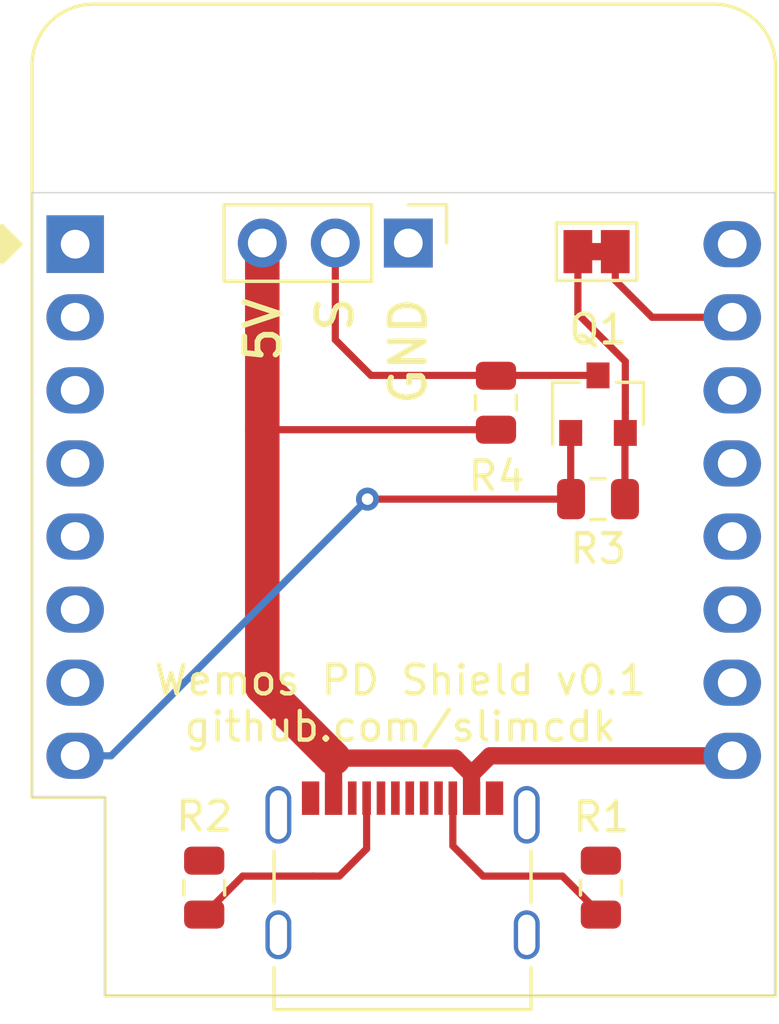
<source format=kicad_pcb>
(kicad_pcb (version 20171130) (host pcbnew 5.1.5+dfsg1-2build2)

  (general
    (thickness 1.6)
    (drawings 10)
    (tracks 42)
    (zones 0)
    (modules 9)
    (nets 27)
  )

  (page A4)
  (layers
    (0 F.Cu signal)
    (31 B.Cu signal)
    (32 B.Adhes user)
    (33 F.Adhes user)
    (34 B.Paste user)
    (35 F.Paste user)
    (36 B.SilkS user)
    (37 F.SilkS user)
    (38 B.Mask user)
    (39 F.Mask user)
    (40 Dwgs.User user)
    (41 Cmts.User user)
    (42 Eco1.User user)
    (43 Eco2.User user)
    (44 Edge.Cuts user hide)
    (45 Margin user)
    (46 B.CrtYd user hide)
    (47 F.CrtYd user)
    (48 B.Fab user)
    (49 F.Fab user hide)
  )

  (setup
    (last_trace_width 0.25)
    (trace_clearance 0.2)
    (zone_clearance 0.508)
    (zone_45_only no)
    (trace_min 0.2)
    (via_size 0.8)
    (via_drill 0.4)
    (via_min_size 0.4)
    (via_min_drill 0.3)
    (uvia_size 0.3)
    (uvia_drill 0.1)
    (uvias_allowed no)
    (uvia_min_size 0.2)
    (uvia_min_drill 0.1)
    (edge_width 0.05)
    (segment_width 0.2)
    (pcb_text_width 0.3)
    (pcb_text_size 1.5 1.5)
    (mod_edge_width 0.12)
    (mod_text_size 1 1)
    (mod_text_width 0.15)
    (pad_size 1.524 1.524)
    (pad_drill 0.762)
    (pad_to_mask_clearance 0.051)
    (solder_mask_min_width 0.25)
    (aux_axis_origin 0 0)
    (visible_elements FFFFFF7F)
    (pcbplotparams
      (layerselection 0x010fc_ffffffff)
      (usegerberextensions false)
      (usegerberattributes false)
      (usegerberadvancedattributes false)
      (creategerberjobfile false)
      (excludeedgelayer true)
      (linewidth 0.100000)
      (plotframeref false)
      (viasonmask false)
      (mode 1)
      (useauxorigin false)
      (hpglpennumber 1)
      (hpglpenspeed 20)
      (hpglpendiameter 15.000000)
      (psnegative false)
      (psa4output false)
      (plotreference true)
      (plotvalue true)
      (plotinvisibletext false)
      (padsonsilk false)
      (subtractmaskfromsilk false)
      (outputformat 1)
      (mirror false)
      (drillshape 1)
      (scaleselection 1)
      (outputdirectory ""))
  )

  (net 0 "")
  (net 1 GND)
  (net 2 +5V)
  (net 3 "Net-(J1-PadB5)")
  (net 4 "Net-(J1-PadB6)")
  (net 5 "Net-(J1-PadA8)")
  (net 6 "Net-(J1-PadA5)")
  (net 7 "Net-(J1-PadB8)")
  (net 8 "Net-(J1-PadA7)")
  (net 9 "Net-(J1-PadA6)")
  (net 10 "Net-(J1-PadB7)")
  (net 11 "Net-(J2-Pad2)")
  (net 12 "Net-(JP1-Pad2)")
  (net 13 "Net-(JP1-Pad1)")
  (net 14 +3V3)
  (net 15 "Net-(U1-Pad16)")
  (net 16 "Net-(U1-Pad14)")
  (net 17 "Net-(U1-Pad13)")
  (net 18 "Net-(U1-Pad12)")
  (net 19 "Net-(U1-Pad11)")
  (net 20 "Net-(U1-Pad7)")
  (net 21 "Net-(U1-Pad6)")
  (net 22 "Net-(U1-Pad5)")
  (net 23 "Net-(U1-Pad4)")
  (net 24 "Net-(U1-Pad3)")
  (net 25 "Net-(U1-Pad1)")
  (net 26 "Net-(U1-Pad2)")

  (net_class Default "This is the default net class."
    (clearance 0.2)
    (trace_width 0.25)
    (via_dia 0.8)
    (via_drill 0.4)
    (uvia_dia 0.3)
    (uvia_drill 0.1)
    (add_net +3V3)
    (add_net +5V)
    (add_net GND)
    (add_net "Net-(J1-PadA5)")
    (add_net "Net-(J1-PadA6)")
    (add_net "Net-(J1-PadA7)")
    (add_net "Net-(J1-PadA8)")
    (add_net "Net-(J1-PadB5)")
    (add_net "Net-(J1-PadB6)")
    (add_net "Net-(J1-PadB7)")
    (add_net "Net-(J1-PadB8)")
    (add_net "Net-(J2-Pad2)")
    (add_net "Net-(JP1-Pad1)")
    (add_net "Net-(JP1-Pad2)")
    (add_net "Net-(U1-Pad1)")
    (add_net "Net-(U1-Pad11)")
    (add_net "Net-(U1-Pad12)")
    (add_net "Net-(U1-Pad13)")
    (add_net "Net-(U1-Pad14)")
    (add_net "Net-(U1-Pad16)")
    (add_net "Net-(U1-Pad2)")
    (add_net "Net-(U1-Pad3)")
    (add_net "Net-(U1-Pad4)")
    (add_net "Net-(U1-Pad5)")
    (add_net "Net-(U1-Pad6)")
    (add_net "Net-(U1-Pad7)")
  )

  (module Resistor_SMD:R_0805_2012Metric (layer F.Cu) (tedit 5B36C52B) (tstamp 60221014)
    (at 132.75 58.85 270)
    (descr "Resistor SMD 0805 (2012 Metric), square (rectangular) end terminal, IPC_7351 nominal, (Body size source: https://docs.google.com/spreadsheets/d/1BsfQQcO9C6DZCsRaXUlFlo91Tg2WpOkGARC1WS5S8t0/edit?usp=sharing), generated with kicad-footprint-generator")
    (tags resistor)
    (path /60224429)
    (attr smd)
    (fp_text reference R4 (at 2.55 -0.025 180) (layer F.SilkS)
      (effects (font (size 1 1) (thickness 0.15)))
    )
    (fp_text value 10K (at 0 1.65 90) (layer F.Fab)
      (effects (font (size 1 1) (thickness 0.15)))
    )
    (fp_text user %R (at 0 0 90) (layer F.Fab)
      (effects (font (size 0.5 0.5) (thickness 0.08)))
    )
    (fp_line (start 1.68 0.95) (end -1.68 0.95) (layer F.CrtYd) (width 0.05))
    (fp_line (start 1.68 -0.95) (end 1.68 0.95) (layer F.CrtYd) (width 0.05))
    (fp_line (start -1.68 -0.95) (end 1.68 -0.95) (layer F.CrtYd) (width 0.05))
    (fp_line (start -1.68 0.95) (end -1.68 -0.95) (layer F.CrtYd) (width 0.05))
    (fp_line (start -0.258578 0.71) (end 0.258578 0.71) (layer F.SilkS) (width 0.12))
    (fp_line (start -0.258578 -0.71) (end 0.258578 -0.71) (layer F.SilkS) (width 0.12))
    (fp_line (start 1 0.6) (end -1 0.6) (layer F.Fab) (width 0.1))
    (fp_line (start 1 -0.6) (end 1 0.6) (layer F.Fab) (width 0.1))
    (fp_line (start -1 -0.6) (end 1 -0.6) (layer F.Fab) (width 0.1))
    (fp_line (start -1 0.6) (end -1 -0.6) (layer F.Fab) (width 0.1))
    (pad 2 smd roundrect (at 0.9375 0 270) (size 0.975 1.4) (layers F.Cu F.Paste F.Mask) (roundrect_rratio 0.25)
      (net 2 +5V))
    (pad 1 smd roundrect (at -0.9375 0 270) (size 0.975 1.4) (layers F.Cu F.Paste F.Mask) (roundrect_rratio 0.25)
      (net 11 "Net-(J2-Pad2)"))
    (model ${KISYS3DMOD}/Resistor_SMD.3dshapes/R_0805_2012Metric.wrl
      (at (xyz 0 0 0))
      (scale (xyz 1 1 1))
      (rotate (xyz 0 0 0))
    )
  )

  (module Resistor_SMD:R_0805_2012Metric (layer F.Cu) (tedit 5B36C52B) (tstamp 6021F9C1)
    (at 136.3 62.2)
    (descr "Resistor SMD 0805 (2012 Metric), square (rectangular) end terminal, IPC_7351 nominal, (Body size source: https://docs.google.com/spreadsheets/d/1BsfQQcO9C6DZCsRaXUlFlo91Tg2WpOkGARC1WS5S8t0/edit?usp=sharing), generated with kicad-footprint-generator")
    (tags resistor)
    (path /60224830)
    (attr smd)
    (fp_text reference R3 (at 0 1.725 180) (layer F.SilkS)
      (effects (font (size 1 1) (thickness 0.15)))
    )
    (fp_text value 10K (at 0 1.65) (layer F.Fab)
      (effects (font (size 1 1) (thickness 0.15)))
    )
    (fp_text user %R (at 0 0) (layer F.Fab)
      (effects (font (size 0.5 0.5) (thickness 0.08)))
    )
    (fp_line (start 1.68 0.95) (end -1.68 0.95) (layer F.CrtYd) (width 0.05))
    (fp_line (start 1.68 -0.95) (end 1.68 0.95) (layer F.CrtYd) (width 0.05))
    (fp_line (start -1.68 -0.95) (end 1.68 -0.95) (layer F.CrtYd) (width 0.05))
    (fp_line (start -1.68 0.95) (end -1.68 -0.95) (layer F.CrtYd) (width 0.05))
    (fp_line (start -0.258578 0.71) (end 0.258578 0.71) (layer F.SilkS) (width 0.12))
    (fp_line (start -0.258578 -0.71) (end 0.258578 -0.71) (layer F.SilkS) (width 0.12))
    (fp_line (start 1 0.6) (end -1 0.6) (layer F.Fab) (width 0.1))
    (fp_line (start 1 -0.6) (end 1 0.6) (layer F.Fab) (width 0.1))
    (fp_line (start -1 -0.6) (end 1 -0.6) (layer F.Fab) (width 0.1))
    (fp_line (start -1 0.6) (end -1 -0.6) (layer F.Fab) (width 0.1))
    (pad 2 smd roundrect (at 0.9375 0) (size 0.975 1.4) (layers F.Cu F.Paste F.Mask) (roundrect_rratio 0.25)
      (net 12 "Net-(JP1-Pad2)"))
    (pad 1 smd roundrect (at -0.9375 0) (size 0.975 1.4) (layers F.Cu F.Paste F.Mask) (roundrect_rratio 0.25)
      (net 14 +3V3))
    (model ${KISYS3DMOD}/Resistor_SMD.3dshapes/R_0805_2012Metric.wrl
      (at (xyz 0 0 0))
      (scale (xyz 1 1 1))
      (rotate (xyz 0 0 0))
    )
  )

  (module Resistor_SMD:R_0805_2012Metric (layer F.Cu) (tedit 5B36C52B) (tstamp 6021EA86)
    (at 122.6 75.7 90)
    (descr "Resistor SMD 0805 (2012 Metric), square (rectangular) end terminal, IPC_7351 nominal, (Body size source: https://docs.google.com/spreadsheets/d/1BsfQQcO9C6DZCsRaXUlFlo91Tg2WpOkGARC1WS5S8t0/edit?usp=sharing), generated with kicad-footprint-generator")
    (tags resistor)
    (path /602180B2)
    (attr smd)
    (fp_text reference R2 (at 2.475 0 180) (layer F.SilkS)
      (effects (font (size 1 1) (thickness 0.15)))
    )
    (fp_text value 512R (at 0 1.65 90) (layer F.Fab)
      (effects (font (size 1 1) (thickness 0.15)))
    )
    (fp_text user %R (at 0 0 90) (layer F.Fab)
      (effects (font (size 0.5 0.5) (thickness 0.08)))
    )
    (fp_line (start 1.68 0.95) (end -1.68 0.95) (layer F.CrtYd) (width 0.05))
    (fp_line (start 1.68 -0.95) (end 1.68 0.95) (layer F.CrtYd) (width 0.05))
    (fp_line (start -1.68 -0.95) (end 1.68 -0.95) (layer F.CrtYd) (width 0.05))
    (fp_line (start -1.68 0.95) (end -1.68 -0.95) (layer F.CrtYd) (width 0.05))
    (fp_line (start -0.258578 0.71) (end 0.258578 0.71) (layer F.SilkS) (width 0.12))
    (fp_line (start -0.258578 -0.71) (end 0.258578 -0.71) (layer F.SilkS) (width 0.12))
    (fp_line (start 1 0.6) (end -1 0.6) (layer F.Fab) (width 0.1))
    (fp_line (start 1 -0.6) (end 1 0.6) (layer F.Fab) (width 0.1))
    (fp_line (start -1 -0.6) (end 1 -0.6) (layer F.Fab) (width 0.1))
    (fp_line (start -1 0.6) (end -1 -0.6) (layer F.Fab) (width 0.1))
    (pad 2 smd roundrect (at 0.9375 0 90) (size 0.975 1.4) (layers F.Cu F.Paste F.Mask) (roundrect_rratio 0.25)
      (net 1 GND))
    (pad 1 smd roundrect (at -0.9375 0 90) (size 0.975 1.4) (layers F.Cu F.Paste F.Mask) (roundrect_rratio 0.25)
      (net 6 "Net-(J1-PadA5)"))
    (model ${KISYS3DMOD}/Resistor_SMD.3dshapes/R_0805_2012Metric.wrl
      (at (xyz 0 0 0))
      (scale (xyz 1 1 1))
      (rotate (xyz 0 0 0))
    )
  )

  (module Resistor_SMD:R_0805_2012Metric (layer F.Cu) (tedit 5B36C52B) (tstamp 6021EA75)
    (at 136.4 75.7 90)
    (descr "Resistor SMD 0805 (2012 Metric), square (rectangular) end terminal, IPC_7351 nominal, (Body size source: https://docs.google.com/spreadsheets/d/1BsfQQcO9C6DZCsRaXUlFlo91Tg2WpOkGARC1WS5S8t0/edit?usp=sharing), generated with kicad-footprint-generator")
    (tags resistor)
    (path /60217F1A)
    (attr smd)
    (fp_text reference R1 (at 2.45 0.025 180) (layer F.SilkS)
      (effects (font (size 1 1) (thickness 0.15)))
    )
    (fp_text value 512R (at 0 1.65 90) (layer F.Fab)
      (effects (font (size 1 1) (thickness 0.15)))
    )
    (fp_text user %R (at 0 0 90) (layer F.Fab)
      (effects (font (size 0.5 0.5) (thickness 0.08)))
    )
    (fp_line (start 1.68 0.95) (end -1.68 0.95) (layer F.CrtYd) (width 0.05))
    (fp_line (start 1.68 -0.95) (end 1.68 0.95) (layer F.CrtYd) (width 0.05))
    (fp_line (start -1.68 -0.95) (end 1.68 -0.95) (layer F.CrtYd) (width 0.05))
    (fp_line (start -1.68 0.95) (end -1.68 -0.95) (layer F.CrtYd) (width 0.05))
    (fp_line (start -0.258578 0.71) (end 0.258578 0.71) (layer F.SilkS) (width 0.12))
    (fp_line (start -0.258578 -0.71) (end 0.258578 -0.71) (layer F.SilkS) (width 0.12))
    (fp_line (start 1 0.6) (end -1 0.6) (layer F.Fab) (width 0.1))
    (fp_line (start 1 -0.6) (end 1 0.6) (layer F.Fab) (width 0.1))
    (fp_line (start -1 -0.6) (end 1 -0.6) (layer F.Fab) (width 0.1))
    (fp_line (start -1 0.6) (end -1 -0.6) (layer F.Fab) (width 0.1))
    (pad 2 smd roundrect (at 0.9375 0 90) (size 0.975 1.4) (layers F.Cu F.Paste F.Mask) (roundrect_rratio 0.25)
      (net 1 GND))
    (pad 1 smd roundrect (at -0.9375 0 90) (size 0.975 1.4) (layers F.Cu F.Paste F.Mask) (roundrect_rratio 0.25)
      (net 3 "Net-(J1-PadB5)"))
    (model ${KISYS3DMOD}/Resistor_SMD.3dshapes/R_0805_2012Metric.wrl
      (at (xyz 0 0 0))
      (scale (xyz 1 1 1))
      (rotate (xyz 0 0 0))
    )
  )

  (module Connector_PinHeader_2.54mm:PinHeader_1x03_P2.54mm_Vertical (layer F.Cu) (tedit 59FED5CC) (tstamp 6021EA40)
    (at 129.7 53.3 270)
    (descr "Through hole straight pin header, 1x03, 2.54mm pitch, single row")
    (tags "Through hole pin header THT 1x03 2.54mm single row")
    (path /602178BF)
    (fp_text reference J2 (at -0.05 -2.45 180) (layer F.SilkS) hide
      (effects (font (size 1 1) (thickness 0.15)))
    )
    (fp_text value "BB OUT" (at 0 7.41 90) (layer F.Fab)
      (effects (font (size 1 1) (thickness 0.15)))
    )
    (fp_text user %R (at 0 2.54) (layer F.Fab)
      (effects (font (size 1 1) (thickness 0.15)))
    )
    (fp_line (start 1.8 -1.8) (end -1.8 -1.8) (layer F.CrtYd) (width 0.05))
    (fp_line (start 1.8 6.85) (end 1.8 -1.8) (layer F.CrtYd) (width 0.05))
    (fp_line (start -1.8 6.85) (end 1.8 6.85) (layer F.CrtYd) (width 0.05))
    (fp_line (start -1.8 -1.8) (end -1.8 6.85) (layer F.CrtYd) (width 0.05))
    (fp_line (start -1.33 -1.33) (end 0 -1.33) (layer F.SilkS) (width 0.12))
    (fp_line (start -1.33 0) (end -1.33 -1.33) (layer F.SilkS) (width 0.12))
    (fp_line (start -1.33 1.27) (end 1.33 1.27) (layer F.SilkS) (width 0.12))
    (fp_line (start 1.33 1.27) (end 1.33 6.41) (layer F.SilkS) (width 0.12))
    (fp_line (start -1.33 1.27) (end -1.33 6.41) (layer F.SilkS) (width 0.12))
    (fp_line (start -1.33 6.41) (end 1.33 6.41) (layer F.SilkS) (width 0.12))
    (fp_line (start -1.27 -0.635) (end -0.635 -1.27) (layer F.Fab) (width 0.1))
    (fp_line (start -1.27 6.35) (end -1.27 -0.635) (layer F.Fab) (width 0.1))
    (fp_line (start 1.27 6.35) (end -1.27 6.35) (layer F.Fab) (width 0.1))
    (fp_line (start 1.27 -1.27) (end 1.27 6.35) (layer F.Fab) (width 0.1))
    (fp_line (start -0.635 -1.27) (end 1.27 -1.27) (layer F.Fab) (width 0.1))
    (pad 3 thru_hole oval (at 0 5.08 270) (size 1.7 1.7) (drill 1) (layers *.Cu *.Mask)
      (net 2 +5V))
    (pad 2 thru_hole oval (at 0 2.54 270) (size 1.7 1.7) (drill 1) (layers *.Cu *.Mask)
      (net 11 "Net-(J2-Pad2)"))
    (pad 1 thru_hole rect (at 0 0 270) (size 1.7 1.7) (drill 1) (layers *.Cu *.Mask)
      (net 1 GND))
    (model ${KISYS3DMOD}/Connector_PinHeader_2.54mm.3dshapes/PinHeader_1x03_P2.54mm_Vertical.wrl
      (at (xyz 0 0 0))
      (scale (xyz 1 1 1))
      (rotate (xyz 0 0 0))
    )
  )

  (module Module:WEMOS_D1_mini_light locked (layer F.Cu) (tedit 5BBFB1CE) (tstamp 6021F322)
    (at 118.11 53.34)
    (descr "16-pin module, column spacing 22.86 mm (900 mils), https://wiki.wemos.cc/products:d1:d1_mini, https://c1.staticflickr.com/1/734/31400410271_f278b087db_z.jpg")
    (tags "ESP8266 WiFi microcontroller")
    (path /60216FFF)
    (fp_text reference U1 (at 22 27) (layer F.SilkS) hide
      (effects (font (size 1 1) (thickness 0.15)))
    )
    (fp_text value WeMos_D1_mini (at 11.7 0) (layer F.Fab) hide
      (effects (font (size 1 1) (thickness 0.15)))
    )
    (fp_text user "No copper" (at 11.43 -3.81) (layer Cmts.User) hide
      (effects (font (size 1 1) (thickness 0.15)))
    )
    (fp_text user "KEEP OUT" (at 11.43 -6.35) (layer Cmts.User) hide
      (effects (font (size 1 1) (thickness 0.15)))
    )
    (fp_arc (start 22.23 -6.21) (end 24.36 -6.21) (angle -90) (layer F.SilkS) (width 0.12))
    (fp_arc (start 0.63 -6.21) (end 0.63 -8.34) (angle -90) (layer F.SilkS) (width 0.12))
    (fp_line (start 1.04 19.22) (end 1.04 26.12) (layer F.SilkS) (width 0.12))
    (fp_line (start -1.5 19.22) (end 1.04 19.22) (layer F.SilkS) (width 0.12))
    (fp_arc (start 22.23 -6.21) (end 24.23 -6.19) (angle -90) (layer F.Fab) (width 0.1))
    (fp_arc (start 0.63 -6.21) (end 0.63 -8.21) (angle -90) (layer F.Fab) (width 0.1))
    (fp_line (start -0.37 0) (end -1.37 -1) (layer F.Fab) (width 0.1))
    (fp_line (start -1.37 1) (end -0.37 0) (layer F.Fab) (width 0.1))
    (fp_line (start -1.37 -6.21) (end -1.37 -1) (layer F.Fab) (width 0.1))
    (fp_line (start 1.17 19.09) (end 1.17 25.99) (layer F.Fab) (width 0.1))
    (fp_line (start -1.37 19.09) (end 1.17 19.09) (layer F.Fab) (width 0.1))
    (fp_line (start -1.35 -7.4) (end -0.55 -8.2) (layer Dwgs.User) (width 0.1))
    (fp_line (start -1.3 -5.45) (end 1.45 -8.2) (layer Dwgs.User) (width 0.1))
    (fp_line (start -1.35 -3.4) (end 3.45 -8.2) (layer Dwgs.User) (width 0.1))
    (fp_line (start 22.65 -1.4) (end 24.25 -3) (layer Dwgs.User) (width 0.1))
    (fp_line (start 20.65 -1.4) (end 24.25 -5) (layer Dwgs.User) (width 0.1))
    (fp_line (start 18.65 -1.4) (end 24.25 -7) (layer Dwgs.User) (width 0.1))
    (fp_line (start 16.65 -1.4) (end 23.45 -8.2) (layer Dwgs.User) (width 0.1))
    (fp_line (start 14.65 -1.4) (end 21.45 -8.2) (layer Dwgs.User) (width 0.1))
    (fp_line (start 12.65 -1.4) (end 19.45 -8.2) (layer Dwgs.User) (width 0.1))
    (fp_line (start 10.65 -1.4) (end 17.45 -8.2) (layer Dwgs.User) (width 0.1))
    (fp_line (start 8.65 -1.4) (end 15.45 -8.2) (layer Dwgs.User) (width 0.1))
    (fp_line (start 6.65 -1.4) (end 13.45 -8.2) (layer Dwgs.User) (width 0.1))
    (fp_line (start 4.65 -1.4) (end 11.45 -8.2) (layer Dwgs.User) (width 0.1))
    (fp_line (start 2.65 -1.4) (end 9.45 -8.2) (layer Dwgs.User) (width 0.1))
    (fp_line (start 0.65 -1.4) (end 7.45 -8.2) (layer Dwgs.User) (width 0.1))
    (fp_line (start -1.35 -1.4) (end 5.45 -8.2) (layer Dwgs.User) (width 0.1))
    (fp_line (start -1.35 -8.2) (end -1.35 -1.4) (layer Dwgs.User) (width 0.1))
    (fp_line (start 24.25 -8.2) (end -1.35 -8.2) (layer Dwgs.User) (width 0.1))
    (fp_line (start 24.25 -1.4) (end 24.25 -8.2) (layer Dwgs.User) (width 0.1))
    (fp_line (start -1.35 -1.4) (end 24.25 -1.4) (layer Dwgs.User) (width 0.1))
    (fp_poly (pts (xy -2.54 -0.635) (xy -2.54 0.635) (xy -1.905 0)) (layer F.SilkS) (width 0.15))
    (fp_line (start -1.62 26.24) (end -1.62 -8.46) (layer F.CrtYd) (width 0.05))
    (fp_line (start 24.48 26.24) (end -1.62 26.24) (layer F.CrtYd) (width 0.05))
    (fp_line (start 24.48 -8.41) (end 24.48 26.24) (layer F.CrtYd) (width 0.05))
    (fp_line (start -1.62 -8.46) (end 24.48 -8.46) (layer F.CrtYd) (width 0.05))
    (fp_text user %R (at 11.43 10) (layer F.Fab) hide
      (effects (font (size 1 1) (thickness 0.15)))
    )
    (fp_line (start -1.37 1) (end -1.37 19.09) (layer F.Fab) (width 0.1))
    (fp_line (start 22.23 -8.21) (end 0.63 -8.21) (layer F.Fab) (width 0.1))
    (fp_line (start 24.23 25.99) (end 24.23 -6.21) (layer F.Fab) (width 0.1))
    (fp_line (start 1.17 25.99) (end 24.23 25.99) (layer F.Fab) (width 0.1))
    (fp_line (start 22.24 -8.34) (end 0.63 -8.34) (layer F.SilkS) (width 0.12))
    (fp_line (start 24.36 26.12) (end 24.36 -6.21) (layer F.SilkS) (width 0.12))
    (fp_line (start -1.5 19.22) (end -1.5 -6.21) (layer F.SilkS) (width 0.12))
    (fp_line (start 1.04 26.12) (end 24.36 26.12) (layer F.SilkS) (width 0.12))
    (pad 16 thru_hole oval (at 22.86 0) (size 2 1.6) (drill 1) (layers *.Cu *.Mask)
      (net 15 "Net-(U1-Pad16)"))
    (pad 15 thru_hole oval (at 22.86 2.54) (size 2 1.6) (drill 1) (layers *.Cu *.Mask)
      (net 13 "Net-(JP1-Pad1)"))
    (pad 14 thru_hole oval (at 22.86 5.08) (size 2 1.6) (drill 1) (layers *.Cu *.Mask)
      (net 16 "Net-(U1-Pad14)"))
    (pad 13 thru_hole oval (at 22.86 7.62) (size 2 1.6) (drill 1) (layers *.Cu *.Mask)
      (net 17 "Net-(U1-Pad13)"))
    (pad 12 thru_hole oval (at 22.86 10.16) (size 2 1.6) (drill 1) (layers *.Cu *.Mask)
      (net 18 "Net-(U1-Pad12)"))
    (pad 11 thru_hole oval (at 22.86 12.7) (size 2 1.6) (drill 1) (layers *.Cu *.Mask)
      (net 19 "Net-(U1-Pad11)"))
    (pad 10 thru_hole oval (at 22.86 15.24) (size 2 1.6) (drill 1) (layers *.Cu *.Mask)
      (net 1 GND))
    (pad 9 thru_hole oval (at 22.86 17.78) (size 2 1.6) (drill 1) (layers *.Cu *.Mask)
      (net 2 +5V))
    (pad 8 thru_hole oval (at 0 17.78) (size 2 1.6) (drill 1) (layers *.Cu *.Mask)
      (net 14 +3V3))
    (pad 7 thru_hole oval (at 0 15.24) (size 2 1.6) (drill 1) (layers *.Cu *.Mask)
      (net 20 "Net-(U1-Pad7)"))
    (pad 6 thru_hole oval (at 0 12.7) (size 2 1.6) (drill 1) (layers *.Cu *.Mask)
      (net 21 "Net-(U1-Pad6)"))
    (pad 5 thru_hole oval (at 0 10.16) (size 2 1.6) (drill 1) (layers *.Cu *.Mask)
      (net 22 "Net-(U1-Pad5)"))
    (pad 4 thru_hole oval (at 0 7.62) (size 2 1.6) (drill 1) (layers *.Cu *.Mask)
      (net 23 "Net-(U1-Pad4)"))
    (pad 3 thru_hole oval (at 0 5.08) (size 2 1.6) (drill 1) (layers *.Cu *.Mask)
      (net 24 "Net-(U1-Pad3)"))
    (pad 1 thru_hole rect (at 0 0) (size 2 2) (drill 1) (layers *.Cu *.Mask)
      (net 25 "Net-(U1-Pad1)"))
    (pad 2 thru_hole oval (at 0 2.54) (size 2 1.6) (drill 1) (layers *.Cu *.Mask)
      (net 26 "Net-(U1-Pad2)"))
    (model ${KISYS3DMOD}/Module.3dshapes/WEMOS_D1_mini_light.wrl
      (at (xyz 0 0 0))
      (scale (xyz 1 1 1))
      (rotate (xyz 0 0 0))
    )
    (model ${KISYS3DMOD}/Connector_PinHeader_2.54mm.3dshapes/PinHeader_1x08_P2.54mm_Vertical.wrl
      (offset (xyz 0 0 9.5))
      (scale (xyz 1 1 1))
      (rotate (xyz 0 -180 0))
    )
    (model ${KISYS3DMOD}/Connector_PinHeader_2.54mm.3dshapes/PinHeader_1x08_P2.54mm_Vertical.wrl
      (offset (xyz 22.86 0 9.5))
      (scale (xyz 1 1 1))
      (rotate (xyz 0 -180 0))
    )
    (model ${KISYS3DMOD}/Connector_PinSocket_2.54mm.3dshapes/PinSocket_1x08_P2.54mm_Vertical.wrl
      (at (xyz 0 0 0))
      (scale (xyz 1 1 1))
      (rotate (xyz 0 0 0))
    )
    (model ${KISYS3DMOD}/Connector_PinSocket_2.54mm.3dshapes/PinSocket_1x08_P2.54mm_Vertical.wrl
      (offset (xyz 22.86 0 0))
      (scale (xyz 1 1 1))
      (rotate (xyz 0 0 0))
    )
  )

  (module Package_TO_SOT_SMD:SOT-23 (layer F.Cu) (tedit 5A02FF57) (tstamp 60221FCB)
    (at 136.3 58.9 90)
    (descr "SOT-23, Standard")
    (tags SOT-23)
    (path /60218AE7)
    (attr smd)
    (fp_text reference Q1 (at 2.6 0 180) (layer F.SilkS)
      (effects (font (size 1 1) (thickness 0.15)))
    )
    (fp_text value BSS138 (at 0 2.5 90) (layer F.Fab)
      (effects (font (size 1 1) (thickness 0.15)))
    )
    (fp_line (start 0.76 1.58) (end -0.7 1.58) (layer F.SilkS) (width 0.12))
    (fp_line (start 0.76 -1.58) (end -1.4 -1.58) (layer F.SilkS) (width 0.12))
    (fp_line (start -1.7 1.75) (end -1.7 -1.75) (layer F.CrtYd) (width 0.05))
    (fp_line (start 1.7 1.75) (end -1.7 1.75) (layer F.CrtYd) (width 0.05))
    (fp_line (start 1.7 -1.75) (end 1.7 1.75) (layer F.CrtYd) (width 0.05))
    (fp_line (start -1.7 -1.75) (end 1.7 -1.75) (layer F.CrtYd) (width 0.05))
    (fp_line (start 0.76 -1.58) (end 0.76 -0.65) (layer F.SilkS) (width 0.12))
    (fp_line (start 0.76 1.58) (end 0.76 0.65) (layer F.SilkS) (width 0.12))
    (fp_line (start -0.7 1.52) (end 0.7 1.52) (layer F.Fab) (width 0.1))
    (fp_line (start 0.7 -1.52) (end 0.7 1.52) (layer F.Fab) (width 0.1))
    (fp_line (start -0.7 -0.95) (end -0.15 -1.52) (layer F.Fab) (width 0.1))
    (fp_line (start -0.15 -1.52) (end 0.7 -1.52) (layer F.Fab) (width 0.1))
    (fp_line (start -0.7 -0.95) (end -0.7 1.5) (layer F.Fab) (width 0.1))
    (fp_text user %R (at 0 0) (layer F.Fab)
      (effects (font (size 0.5 0.5) (thickness 0.075)))
    )
    (pad 3 smd rect (at 1 0 90) (size 0.9 0.8) (layers F.Cu F.Paste F.Mask)
      (net 11 "Net-(J2-Pad2)"))
    (pad 2 smd rect (at -1 0.95 90) (size 0.9 0.8) (layers F.Cu F.Paste F.Mask)
      (net 12 "Net-(JP1-Pad2)"))
    (pad 1 smd rect (at -1 -0.95 90) (size 0.9 0.8) (layers F.Cu F.Paste F.Mask)
      (net 14 +3V3))
    (model ${KISYS3DMOD}/Package_TO_SOT_SMD.3dshapes/SOT-23.wrl
      (at (xyz 0 0 0))
      (scale (xyz 1 1 1))
      (rotate (xyz 0 0 0))
    )
  )

  (module Jumper:SolderJumper-2_P1.3mm_Bridged_Pad1.0x1.5mm (layer F.Cu) (tedit 5C756AB2) (tstamp 6021EA4F)
    (at 136.25 53.6 180)
    (descr "SMD Solder Jumper, 1x1.5mm Pads, 0.3mm gap, bridged with 1 copper strip")
    (tags "solder jumper open")
    (path /602A3587)
    (attr virtual)
    (fp_text reference JP1 (at 0 -2.1) (layer F.SilkS) hide
      (effects (font (size 1 1) (thickness 0.15)))
    )
    (fp_text value SolderJumper_2_Bridged (at 0 1.9) (layer F.Fab)
      (effects (font (size 1 1) (thickness 0.15)))
    )
    (fp_poly (pts (xy -0.25 -0.3) (xy 0.25 -0.3) (xy 0.25 0.3) (xy -0.25 0.3)) (layer F.Cu) (width 0))
    (fp_line (start 1.65 1.25) (end -1.65 1.25) (layer F.CrtYd) (width 0.05))
    (fp_line (start 1.65 1.25) (end 1.65 -1.25) (layer F.CrtYd) (width 0.05))
    (fp_line (start -1.65 -1.25) (end -1.65 1.25) (layer F.CrtYd) (width 0.05))
    (fp_line (start -1.65 -1.25) (end 1.65 -1.25) (layer F.CrtYd) (width 0.05))
    (fp_line (start -1.4 -1) (end 1.4 -1) (layer F.SilkS) (width 0.12))
    (fp_line (start 1.4 -1) (end 1.4 1) (layer F.SilkS) (width 0.12))
    (fp_line (start 1.4 1) (end -1.4 1) (layer F.SilkS) (width 0.12))
    (fp_line (start -1.4 1) (end -1.4 -1) (layer F.SilkS) (width 0.12))
    (pad 2 smd rect (at 0.65 0 180) (size 1 1.5) (layers F.Cu F.Mask)
      (net 12 "Net-(JP1-Pad2)"))
    (pad 1 smd rect (at -0.65 0 180) (size 1 1.5) (layers F.Cu F.Mask)
      (net 13 "Net-(JP1-Pad1)"))
  )

  (module Connector_USB:USB_C_Receptacle_Palconn_UTC16-G (layer F.Cu) (tedit 5CF432E0) (tstamp 6021EA2A)
    (at 129.5 75.1)
    (descr http://www.palpilot.com/wp-content/uploads/2017/05/UTC027-GKN-OR-Rev-A.pdf)
    (tags "USB C Type-C Receptacle USB2.0")
    (path /602168C5)
    (attr smd)
    (fp_text reference J1 (at 3.8 -4.3) (layer F.SilkS) hide
      (effects (font (size 1 1) (thickness 0.15)))
    )
    (fp_text value USB_C_Receptacle_USB2.0 (at 0 6.24) (layer F.Fab)
      (effects (font (size 1 1) (thickness 0.15)))
    )
    (fp_text user "PCB Edge" (at 0 3.43) (layer Dwgs.User)
      (effects (font (size 1 1) (thickness 0.15)))
    )
    (fp_line (start -4.47 -2.48) (end 4.47 -2.48) (layer F.Fab) (width 0.1))
    (fp_line (start 4.47 -2.48) (end 4.47 4.84) (layer F.Fab) (width 0.1))
    (fp_line (start 4.47 4.84) (end -4.47 4.84) (layer F.Fab) (width 0.1))
    (fp_line (start -4.47 -2.48) (end -4.47 4.84) (layer F.Fab) (width 0.1))
    (fp_text user %R (at 0 1.18) (layer F.Fab)
      (effects (font (size 1 1) (thickness 0.15)))
    )
    (fp_line (start -5.27 5.34) (end 5.27 5.34) (layer F.CrtYd) (width 0.05))
    (fp_line (start -5.27 -3.59) (end -5.27 5.34) (layer F.CrtYd) (width 0.05))
    (fp_line (start 5.27 -3.59) (end -5.27 -3.59) (layer F.CrtYd) (width 0.05))
    (fp_line (start 5.27 5.34) (end 5.27 -3.59) (layer F.CrtYd) (width 0.05))
    (fp_line (start -4.47 4.34) (end 4.47 4.34) (layer Dwgs.User) (width 0.1))
    (fp_line (start -4.47 -0.67) (end -4.47 1.13) (layer F.SilkS) (width 0.12))
    (fp_line (start -4.47 4.84) (end -4.47 3.38) (layer F.SilkS) (width 0.12))
    (fp_line (start 4.47 4.84) (end 4.47 3.38) (layer F.SilkS) (width 0.12))
    (fp_line (start 4.47 -0.67) (end 4.47 1.13) (layer F.SilkS) (width 0.12))
    (fp_line (start 4.47 4.84) (end -4.47 4.84) (layer F.SilkS) (width 0.12))
    (pad A12 smd rect (at 3.2 -2.51) (size 0.6 1.16) (layers F.Cu F.Paste F.Mask)
      (net 1 GND))
    (pad A9 smd rect (at 2.4 -2.51) (size 0.6 1.16) (layers F.Cu F.Paste F.Mask)
      (net 2 +5V))
    (pad B1 smd rect (at 3.2 -2.51) (size 0.6 1.16) (layers F.Cu F.Paste F.Mask)
      (net 1 GND))
    (pad B4 smd rect (at 2.4 -2.51) (size 0.6 1.16) (layers F.Cu F.Paste F.Mask)
      (net 2 +5V))
    (pad B12 smd rect (at -3.2 -2.51) (size 0.6 1.16) (layers F.Cu F.Paste F.Mask)
      (net 1 GND))
    (pad A1 smd rect (at -3.2 -2.51) (size 0.6 1.16) (layers F.Cu F.Paste F.Mask)
      (net 1 GND))
    (pad B9 smd rect (at -2.4 -2.51) (size 0.6 1.16) (layers F.Cu F.Paste F.Mask)
      (net 2 +5V))
    (pad A4 smd rect (at -2.4 -2.51) (size 0.6 1.16) (layers F.Cu F.Paste F.Mask)
      (net 2 +5V))
    (pad "" np_thru_hole circle (at -2.89 -1.45 180) (size 0.6 0.6) (drill 0.6) (layers *.Cu *.Mask))
    (pad "" np_thru_hole circle (at 2.89 -1.45 180) (size 0.6 0.6) (drill 0.6) (layers *.Cu *.Mask))
    (pad B5 smd rect (at 1.75 -2.51 180) (size 0.3 1.16) (layers F.Cu F.Paste F.Mask)
      (net 3 "Net-(J1-PadB5)"))
    (pad B6 smd rect (at 0.75 -2.51 180) (size 0.3 1.16) (layers F.Cu F.Paste F.Mask)
      (net 4 "Net-(J1-PadB6)"))
    (pad A8 smd rect (at 1.25 -2.51 180) (size 0.3 1.16) (layers F.Cu F.Paste F.Mask)
      (net 5 "Net-(J1-PadA8)"))
    (pad A5 smd rect (at -1.25 -2.51 180) (size 0.3 1.16) (layers F.Cu F.Paste F.Mask)
      (net 6 "Net-(J1-PadA5)"))
    (pad B8 smd rect (at -1.75 -2.51 180) (size 0.3 1.16) (layers F.Cu F.Paste F.Mask)
      (net 7 "Net-(J1-PadB8)"))
    (pad A7 smd rect (at 0.25 -2.51 180) (size 0.3 1.16) (layers F.Cu F.Paste F.Mask)
      (net 8 "Net-(J1-PadA7)"))
    (pad A6 smd rect (at -0.25 -2.51 180) (size 0.3 1.16) (layers F.Cu F.Paste F.Mask)
      (net 9 "Net-(J1-PadA6)"))
    (pad B7 smd rect (at -0.75 -2.51 180) (size 0.3 1.16) (layers F.Cu F.Paste F.Mask)
      (net 10 "Net-(J1-PadB7)"))
    (pad S1 thru_hole oval (at 4.32 2.24 90) (size 1.7 0.9) (drill oval 1.4 0.6) (layers *.Cu *.Mask)
      (net 1 GND))
    (pad S1 thru_hole oval (at -4.32 2.24 90) (size 1.7 0.9) (drill oval 1.4 0.6) (layers *.Cu *.Mask)
      (net 1 GND))
    (pad S1 thru_hole oval (at 4.32 -1.93 90) (size 2 0.9) (drill oval 1.7 0.6) (layers *.Cu *.Mask)
      (net 1 GND))
    (pad S1 thru_hole oval (at -4.32 -1.93 90) (size 2 0.9) (drill oval 1.7 0.6) (layers *.Cu *.Mask)
      (net 1 GND))
    (model ${KISYS3DMOD}/Connector_USB.3dshapes/USB_C_Receptacle_Palconn_UTC16-G.wrl
      (at (xyz 0 0 0))
      (scale (xyz 1 1 1))
      (rotate (xyz 0 0 0))
    )
  )

  (gr_text GND (at 129.7 55.1 90) (layer F.SilkS) (tstamp 6022512C)
    (effects (font (size 1.2 1.2) (thickness 0.2)) (justify right))
  )
  (gr_text S (at 127.15 55.075 90) (layer F.SilkS) (tstamp 6022512C)
    (effects (font (size 1.2 1.2) (thickness 0.2)) (justify right))
  )
  (gr_text 5V (at 124.65 55.1 90) (layer F.SilkS)
    (effects (font (size 1.2 1.2) (thickness 0.2)) (justify right))
  )
  (gr_text "Wemos PD Shield v0.1\ngithub.com/slimcdk" (at 129.425 69.3) (layer F.SilkS)
    (effects (font (size 1 1) (thickness 0.15)))
  )
  (gr_line (start 119.15 72.55) (end 119.15 79.45) (layer Edge.Cuts) (width 0.05) (tstamp 60223E65))
  (gr_line (start 116.6 72.55) (end 119.15 72.55) (layer Edge.Cuts) (width 0.05))
  (gr_line (start 116.6 51.55) (end 116.6 72.55) (layer Edge.Cuts) (width 0.05))
  (gr_line (start 142.45 51.55) (end 116.6 51.55) (layer Edge.Cuts) (width 0.05))
  (gr_line (start 142.45 79.45) (end 142.45 51.55) (layer Edge.Cuts) (width 0.05))
  (gr_line (start 119.15 79.45) (end 142.45 79.45) (layer Edge.Cuts) (width 0.05))

  (segment (start 131.9 72.59) (end 131.9 71.76) (width 0.6) (layer F.Cu) (net 2))
  (segment (start 132.54 71.12) (end 140.97 71.12) (width 0.6) (layer F.Cu) (net 2))
  (segment (start 131.9 71.76) (end 132.54 71.12) (width 0.6) (layer F.Cu) (net 2))
  (segment (start 139.72 71.12) (end 140.97 71.12) (width 0.25) (layer F.Cu) (net 2))
  (segment (start 131.34 71.2) (end 131.9 71.76) (width 0.6) (layer F.Cu) (net 2))
  (segment (start 127.1 71.2) (end 131.34 71.2) (width 0.6) (layer F.Cu) (net 2))
  (segment (start 127.1 72.59) (end 127.1 71.2) (width 0.6) (layer F.Cu) (net 2))
  (segment (start 124.62 68.72) (end 127.1 71.2) (width 1.2) (layer F.Cu) (net 2))
  (segment (start 124.62 68.32) (end 124.62 68.72) (width 1.2) (layer F.Cu) (net 2))
  (segment (start 124.6275 59.7875) (end 132.75 59.7875) (width 0.25) (layer F.Cu) (net 2))
  (segment (start 124.62 59.78) (end 124.6275 59.7875) (width 0.25) (layer F.Cu) (net 2))
  (segment (start 124.62 68.32) (end 124.62 59.78) (width 1.2) (layer F.Cu) (net 2))
  (segment (start 124.62 59.78) (end 124.62 53.3) (width 1.2) (layer F.Cu) (net 2))
  (segment (start 136.4 76.6375) (end 135.0625 75.3) (width 0.25) (layer F.Cu) (net 3))
  (segment (start 135.0625 75.3) (end 132.3 75.3) (width 0.25) (layer F.Cu) (net 3))
  (segment (start 131.25 74.25) (end 131.25 72.59) (width 0.25) (layer F.Cu) (net 3))
  (segment (start 132.3 75.3) (end 131.25 74.25) (width 0.25) (layer F.Cu) (net 3))
  (segment (start 123.9375 75.3) (end 122.6 76.6375) (width 0.25) (layer F.Cu) (net 6))
  (segment (start 127.3 75.3) (end 126.4 75.3) (width 0.25) (layer F.Cu) (net 6))
  (segment (start 128.25 74.35) (end 127.3 75.3) (width 0.25) (layer F.Cu) (net 6))
  (segment (start 128.25 72.59) (end 128.25 74.35) (width 0.25) (layer F.Cu) (net 6))
  (segment (start 126.4 75.3) (end 123.9375 75.3) (width 0.25) (layer F.Cu) (net 6))
  (segment (start 126.355002 75.3) (end 126.4 75.3) (width 0.25) (layer F.Cu) (net 6))
  (segment (start 127.16 56.66) (end 127.16 53.3) (width 0.25) (layer F.Cu) (net 11))
  (segment (start 128.4 57.9) (end 127.16 56.66) (width 0.25) (layer F.Cu) (net 11))
  (segment (start 136.3 57.9) (end 128.4 57.9) (width 0.25) (layer F.Cu) (net 11))
  (segment (start 137.25 59.2) (end 137.25 59.9) (width 0.25) (layer F.Cu) (net 12))
  (segment (start 137.25 57.414998) (end 137.25 59.2) (width 0.25) (layer F.Cu) (net 12))
  (segment (start 135.6 55.764998) (end 137.25 57.414998) (width 0.25) (layer F.Cu) (net 12))
  (segment (start 135.6 53.6) (end 135.6 55.764998) (width 0.25) (layer F.Cu) (net 12))
  (segment (start 137.2375 59.9125) (end 137.25 59.9) (width 0.25) (layer F.Cu) (net 12))
  (segment (start 137.2375 62.2) (end 137.2375 59.9125) (width 0.25) (layer F.Cu) (net 12))
  (segment (start 136.9 54.6) (end 136.9 53.6) (width 0.25) (layer F.Cu) (net 13))
  (segment (start 138.18 55.88) (end 136.9 54.6) (width 0.25) (layer F.Cu) (net 13))
  (segment (start 140.97 55.88) (end 138.18 55.88) (width 0.25) (layer F.Cu) (net 13))
  (segment (start 135.35 62.1875) (end 135.3625 62.2) (width 0.25) (layer F.Cu) (net 14))
  (segment (start 135.35 59.9) (end 135.35 62.1875) (width 0.25) (layer F.Cu) (net 14))
  (segment (start 119.36 71.12) (end 128.28 62.2) (width 0.25) (layer B.Cu) (net 14))
  (segment (start 118.11 71.12) (end 119.36 71.12) (width 0.25) (layer B.Cu) (net 14))
  (segment (start 128.28 62.2) (end 128.28 62.2) (width 0.25) (layer B.Cu) (net 14) (tstamp 60223E54))
  (via (at 128.28 62.2) (size 0.8) (drill 0.4) (layers F.Cu B.Cu) (net 14))
  (segment (start 135.3625 62.2) (end 128.28 62.2) (width 0.25) (layer F.Cu) (net 14))

)

</source>
